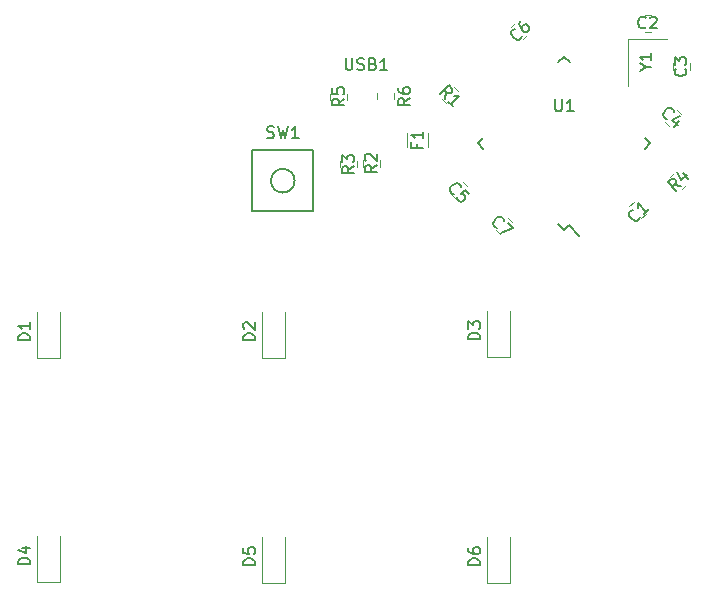
<source format=gbr>
%TF.GenerationSoftware,KiCad,Pcbnew,(5.1.6)-1*%
%TF.CreationDate,2020-07-11T20:12:46-04:00*%
%TF.ProjectId,4x5,3478352e-6b69-4636-9164-5f7063625858,rev?*%
%TF.SameCoordinates,Original*%
%TF.FileFunction,Legend,Top*%
%TF.FilePolarity,Positive*%
%FSLAX46Y46*%
G04 Gerber Fmt 4.6, Leading zero omitted, Abs format (unit mm)*
G04 Created by KiCad (PCBNEW (5.1.6)-1) date 2020-07-11 20:12:46*
%MOMM*%
%LPD*%
G01*
G04 APERTURE LIST*
%ADD10C,0.120000*%
%ADD11C,0.150000*%
G04 APERTURE END LIST*
D10*
%TO.C,R6*%
X207252500Y-91539828D02*
X207252500Y-91022672D01*
X208672500Y-91539828D02*
X208672500Y-91022672D01*
%TO.C,R5*%
X203264700Y-91571578D02*
X203264700Y-91054422D01*
X204684700Y-91571578D02*
X204684700Y-91054422D01*
%TO.C,F1*%
X211564900Y-94381236D02*
X211564900Y-95585364D01*
X209744900Y-94381236D02*
X209744900Y-95585364D01*
%TO.C,D6*%
X216487500Y-132487500D02*
X218487500Y-132487500D01*
X218487500Y-132487500D02*
X218487500Y-128587500D01*
X216487500Y-132487500D02*
X216487500Y-128587500D01*
%TO.C,D5*%
X197437500Y-132487500D02*
X199437500Y-132487500D01*
X199437500Y-132487500D02*
X199437500Y-128587500D01*
X197437500Y-132487500D02*
X197437500Y-128587500D01*
%TO.C,D4*%
X178387500Y-132425000D02*
X180387500Y-132425000D01*
X180387500Y-132425000D02*
X180387500Y-128525000D01*
X178387500Y-132425000D02*
X178387500Y-128525000D01*
%TO.C,D3*%
X216487500Y-113375000D02*
X218487500Y-113375000D01*
X218487500Y-113375000D02*
X218487500Y-109475000D01*
X216487500Y-113375000D02*
X216487500Y-109475000D01*
%TO.C,D2*%
X197437500Y-113437500D02*
X199437500Y-113437500D01*
X199437500Y-113437500D02*
X199437500Y-109537500D01*
X197437500Y-113437500D02*
X197437500Y-109537500D01*
%TO.C,D1*%
X178387500Y-113437500D02*
X180387500Y-113437500D01*
X180387500Y-113437500D02*
X180387500Y-109537500D01*
X178387500Y-113437500D02*
X178387500Y-109537500D01*
D11*
%TO.C,U1*%
X223043750Y-102568555D02*
X223450336Y-102161969D01*
X215725195Y-95250000D02*
X216202492Y-94772703D01*
X223043750Y-87931445D02*
X222566453Y-88408742D01*
X230362305Y-95250000D02*
X229885008Y-95727297D01*
X223043750Y-102568555D02*
X222566453Y-102091258D01*
X230362305Y-95250000D02*
X229885008Y-94772703D01*
X223043750Y-87931445D02*
X223521047Y-88408742D01*
X215725195Y-95250000D02*
X216202492Y-95727297D01*
X223450336Y-102161969D02*
X224351898Y-103063530D01*
D10*
%TO.C,Y1*%
X231781250Y-86412500D02*
X228481250Y-86412500D01*
X228481250Y-86412500D02*
X228481250Y-90412500D01*
D11*
%TO.C,SW1*%
X200231250Y-98425000D02*
G75*
G03*
X200231250Y-98425000I-1000000J0D01*
G01*
X201831250Y-95825000D02*
X201831250Y-101025000D01*
X196631250Y-95825000D02*
X201831250Y-95825000D01*
X196631250Y-101025000D02*
X196631250Y-95825000D01*
X201831250Y-101025000D02*
X196631250Y-101025000D01*
D10*
%TO.C,R4*%
X233397388Y-98744204D02*
X233031704Y-99109888D01*
X232393296Y-97740112D02*
X232027612Y-98105796D01*
%TO.C,R3*%
X204077500Y-97239828D02*
X204077500Y-96722672D01*
X205497500Y-97239828D02*
X205497500Y-96722672D01*
%TO.C,R2*%
X206033300Y-97225378D02*
X206033300Y-96708222D01*
X207453300Y-97225378D02*
X207453300Y-96708222D01*
%TO.C,R1*%
X213707117Y-90465525D02*
X214072801Y-90831209D01*
X212703025Y-91469617D02*
X213068709Y-91835301D01*
%TO.C,C7*%
X217622983Y-102930075D02*
X217257299Y-102564391D01*
X218627075Y-101925983D02*
X218261391Y-101560299D01*
%TO.C,C6*%
X218533862Y-85405796D02*
X218899546Y-85040112D01*
X219537954Y-86409888D02*
X219903638Y-86044204D01*
%TO.C,C5*%
X214494517Y-98517325D02*
X214860201Y-98883009D01*
X213490425Y-99521417D02*
X213856109Y-99887101D01*
%TO.C,C4*%
X232576804Y-92444212D02*
X232942488Y-92809896D01*
X231572712Y-93448304D02*
X231938396Y-93813988D01*
%TO.C,C3*%
X232258800Y-89008478D02*
X232258800Y-88491322D01*
X233678800Y-89008478D02*
X233678800Y-88491322D01*
%TO.C,C2*%
X229888522Y-84405400D02*
X230405678Y-84405400D01*
X229888522Y-85825400D02*
X230405678Y-85825400D01*
%TO.C,C1*%
X229945288Y-101233404D02*
X229579604Y-101599088D01*
X228941196Y-100229312D02*
X228575512Y-100594996D01*
%TO.C,USB1*%
D11*
X204548004Y-88051980D02*
X204548004Y-88861504D01*
X204595623Y-88956742D01*
X204643242Y-89004361D01*
X204738480Y-89051980D01*
X204928957Y-89051980D01*
X205024195Y-89004361D01*
X205071814Y-88956742D01*
X205119433Y-88861504D01*
X205119433Y-88051980D01*
X205548004Y-89004361D02*
X205690861Y-89051980D01*
X205928957Y-89051980D01*
X206024195Y-89004361D01*
X206071814Y-88956742D01*
X206119433Y-88861504D01*
X206119433Y-88766266D01*
X206071814Y-88671028D01*
X206024195Y-88623409D01*
X205928957Y-88575790D01*
X205738480Y-88528171D01*
X205643242Y-88480552D01*
X205595623Y-88432933D01*
X205548004Y-88337695D01*
X205548004Y-88242457D01*
X205595623Y-88147219D01*
X205643242Y-88099600D01*
X205738480Y-88051980D01*
X205976576Y-88051980D01*
X206119433Y-88099600D01*
X206881338Y-88528171D02*
X207024195Y-88575790D01*
X207071814Y-88623409D01*
X207119433Y-88718647D01*
X207119433Y-88861504D01*
X207071814Y-88956742D01*
X207024195Y-89004361D01*
X206928957Y-89051980D01*
X206548004Y-89051980D01*
X206548004Y-88051980D01*
X206881338Y-88051980D01*
X206976576Y-88099600D01*
X207024195Y-88147219D01*
X207071814Y-88242457D01*
X207071814Y-88337695D01*
X207024195Y-88432933D01*
X206976576Y-88480552D01*
X206881338Y-88528171D01*
X206548004Y-88528171D01*
X208071814Y-89051980D02*
X207500385Y-89051980D01*
X207786100Y-89051980D02*
X207786100Y-88051980D01*
X207690861Y-88194838D01*
X207595623Y-88290076D01*
X207500385Y-88337695D01*
%TO.C,R6*%
X210002380Y-91447916D02*
X209526190Y-91781250D01*
X210002380Y-92019345D02*
X209002380Y-92019345D01*
X209002380Y-91638392D01*
X209050000Y-91543154D01*
X209097619Y-91495535D01*
X209192857Y-91447916D01*
X209335714Y-91447916D01*
X209430952Y-91495535D01*
X209478571Y-91543154D01*
X209526190Y-91638392D01*
X209526190Y-92019345D01*
X209002380Y-90590773D02*
X209002380Y-90781250D01*
X209050000Y-90876488D01*
X209097619Y-90924107D01*
X209240476Y-91019345D01*
X209430952Y-91066964D01*
X209811904Y-91066964D01*
X209907142Y-91019345D01*
X209954761Y-90971726D01*
X210002380Y-90876488D01*
X210002380Y-90686011D01*
X209954761Y-90590773D01*
X209907142Y-90543154D01*
X209811904Y-90495535D01*
X209573809Y-90495535D01*
X209478571Y-90543154D01*
X209430952Y-90590773D01*
X209383333Y-90686011D01*
X209383333Y-90876488D01*
X209430952Y-90971726D01*
X209478571Y-91019345D01*
X209573809Y-91066964D01*
%TO.C,R5*%
X204427080Y-91479666D02*
X203950890Y-91813000D01*
X204427080Y-92051095D02*
X203427080Y-92051095D01*
X203427080Y-91670142D01*
X203474700Y-91574904D01*
X203522319Y-91527285D01*
X203617557Y-91479666D01*
X203760414Y-91479666D01*
X203855652Y-91527285D01*
X203903271Y-91574904D01*
X203950890Y-91670142D01*
X203950890Y-92051095D01*
X203427080Y-90574904D02*
X203427080Y-91051095D01*
X203903271Y-91098714D01*
X203855652Y-91051095D01*
X203808033Y-90955857D01*
X203808033Y-90717761D01*
X203855652Y-90622523D01*
X203903271Y-90574904D01*
X203998509Y-90527285D01*
X204236604Y-90527285D01*
X204331842Y-90574904D01*
X204379461Y-90622523D01*
X204427080Y-90717761D01*
X204427080Y-90955857D01*
X204379461Y-91051095D01*
X204331842Y-91098714D01*
%TO.C,F1*%
X210583471Y-95316633D02*
X210583471Y-95649966D01*
X211107280Y-95649966D02*
X210107280Y-95649966D01*
X210107280Y-95173776D01*
X211107280Y-94269014D02*
X211107280Y-94840442D01*
X211107280Y-94554728D02*
X210107280Y-94554728D01*
X210250138Y-94649966D01*
X210345376Y-94745204D01*
X210392995Y-94840442D01*
%TO.C,D6*%
X215939880Y-130975595D02*
X214939880Y-130975595D01*
X214939880Y-130737500D01*
X214987500Y-130594642D01*
X215082738Y-130499404D01*
X215177976Y-130451785D01*
X215368452Y-130404166D01*
X215511309Y-130404166D01*
X215701785Y-130451785D01*
X215797023Y-130499404D01*
X215892261Y-130594642D01*
X215939880Y-130737500D01*
X215939880Y-130975595D01*
X214939880Y-129547023D02*
X214939880Y-129737500D01*
X214987500Y-129832738D01*
X215035119Y-129880357D01*
X215177976Y-129975595D01*
X215368452Y-130023214D01*
X215749404Y-130023214D01*
X215844642Y-129975595D01*
X215892261Y-129927976D01*
X215939880Y-129832738D01*
X215939880Y-129642261D01*
X215892261Y-129547023D01*
X215844642Y-129499404D01*
X215749404Y-129451785D01*
X215511309Y-129451785D01*
X215416071Y-129499404D01*
X215368452Y-129547023D01*
X215320833Y-129642261D01*
X215320833Y-129832738D01*
X215368452Y-129927976D01*
X215416071Y-129975595D01*
X215511309Y-130023214D01*
%TO.C,D5*%
X196889880Y-130975595D02*
X195889880Y-130975595D01*
X195889880Y-130737500D01*
X195937500Y-130594642D01*
X196032738Y-130499404D01*
X196127976Y-130451785D01*
X196318452Y-130404166D01*
X196461309Y-130404166D01*
X196651785Y-130451785D01*
X196747023Y-130499404D01*
X196842261Y-130594642D01*
X196889880Y-130737500D01*
X196889880Y-130975595D01*
X195889880Y-129499404D02*
X195889880Y-129975595D01*
X196366071Y-130023214D01*
X196318452Y-129975595D01*
X196270833Y-129880357D01*
X196270833Y-129642261D01*
X196318452Y-129547023D01*
X196366071Y-129499404D01*
X196461309Y-129451785D01*
X196699404Y-129451785D01*
X196794642Y-129499404D01*
X196842261Y-129547023D01*
X196889880Y-129642261D01*
X196889880Y-129880357D01*
X196842261Y-129975595D01*
X196794642Y-130023214D01*
%TO.C,D4*%
X177839880Y-130913095D02*
X176839880Y-130913095D01*
X176839880Y-130675000D01*
X176887500Y-130532142D01*
X176982738Y-130436904D01*
X177077976Y-130389285D01*
X177268452Y-130341666D01*
X177411309Y-130341666D01*
X177601785Y-130389285D01*
X177697023Y-130436904D01*
X177792261Y-130532142D01*
X177839880Y-130675000D01*
X177839880Y-130913095D01*
X177173214Y-129484523D02*
X177839880Y-129484523D01*
X176792261Y-129722619D02*
X177506547Y-129960714D01*
X177506547Y-129341666D01*
%TO.C,D3*%
X215939880Y-111863095D02*
X214939880Y-111863095D01*
X214939880Y-111625000D01*
X214987500Y-111482142D01*
X215082738Y-111386904D01*
X215177976Y-111339285D01*
X215368452Y-111291666D01*
X215511309Y-111291666D01*
X215701785Y-111339285D01*
X215797023Y-111386904D01*
X215892261Y-111482142D01*
X215939880Y-111625000D01*
X215939880Y-111863095D01*
X214939880Y-110958333D02*
X214939880Y-110339285D01*
X215320833Y-110672619D01*
X215320833Y-110529761D01*
X215368452Y-110434523D01*
X215416071Y-110386904D01*
X215511309Y-110339285D01*
X215749404Y-110339285D01*
X215844642Y-110386904D01*
X215892261Y-110434523D01*
X215939880Y-110529761D01*
X215939880Y-110815476D01*
X215892261Y-110910714D01*
X215844642Y-110958333D01*
%TO.C,D2*%
X196889880Y-111925595D02*
X195889880Y-111925595D01*
X195889880Y-111687500D01*
X195937500Y-111544642D01*
X196032738Y-111449404D01*
X196127976Y-111401785D01*
X196318452Y-111354166D01*
X196461309Y-111354166D01*
X196651785Y-111401785D01*
X196747023Y-111449404D01*
X196842261Y-111544642D01*
X196889880Y-111687500D01*
X196889880Y-111925595D01*
X195985119Y-110973214D02*
X195937500Y-110925595D01*
X195889880Y-110830357D01*
X195889880Y-110592261D01*
X195937500Y-110497023D01*
X195985119Y-110449404D01*
X196080357Y-110401785D01*
X196175595Y-110401785D01*
X196318452Y-110449404D01*
X196889880Y-111020833D01*
X196889880Y-110401785D01*
%TO.C,D1*%
X177839880Y-111925595D02*
X176839880Y-111925595D01*
X176839880Y-111687500D01*
X176887500Y-111544642D01*
X176982738Y-111449404D01*
X177077976Y-111401785D01*
X177268452Y-111354166D01*
X177411309Y-111354166D01*
X177601785Y-111401785D01*
X177697023Y-111449404D01*
X177792261Y-111544642D01*
X177839880Y-111687500D01*
X177839880Y-111925595D01*
X177839880Y-110401785D02*
X177839880Y-110973214D01*
X177839880Y-110687500D02*
X176839880Y-110687500D01*
X176982738Y-110782738D01*
X177077976Y-110877976D01*
X177125595Y-110973214D01*
%TO.C,U1*%
X222281845Y-91527380D02*
X222281845Y-92336904D01*
X222329464Y-92432142D01*
X222377083Y-92479761D01*
X222472321Y-92527380D01*
X222662797Y-92527380D01*
X222758035Y-92479761D01*
X222805654Y-92432142D01*
X222853273Y-92336904D01*
X222853273Y-91527380D01*
X223853273Y-92527380D02*
X223281845Y-92527380D01*
X223567559Y-92527380D02*
X223567559Y-91527380D01*
X223472321Y-91670238D01*
X223377083Y-91765476D01*
X223281845Y-91813095D01*
%TO.C,Y1*%
X229973190Y-88830090D02*
X230449380Y-88830090D01*
X229449380Y-89163423D02*
X229973190Y-88830090D01*
X229449380Y-88496757D01*
X230449380Y-87639614D02*
X230449380Y-88211042D01*
X230449380Y-87925328D02*
X229449380Y-87925328D01*
X229592238Y-88020566D01*
X229687476Y-88115804D01*
X229735095Y-88211042D01*
%TO.C,SW1*%
X197897916Y-94765761D02*
X198040773Y-94813380D01*
X198278869Y-94813380D01*
X198374107Y-94765761D01*
X198421726Y-94718142D01*
X198469345Y-94622904D01*
X198469345Y-94527666D01*
X198421726Y-94432428D01*
X198374107Y-94384809D01*
X198278869Y-94337190D01*
X198088392Y-94289571D01*
X197993154Y-94241952D01*
X197945535Y-94194333D01*
X197897916Y-94099095D01*
X197897916Y-94003857D01*
X197945535Y-93908619D01*
X197993154Y-93861000D01*
X198088392Y-93813380D01*
X198326488Y-93813380D01*
X198469345Y-93861000D01*
X198802678Y-93813380D02*
X199040773Y-94813380D01*
X199231250Y-94099095D01*
X199421726Y-94813380D01*
X199659821Y-93813380D01*
X200564583Y-94813380D02*
X199993154Y-94813380D01*
X200278869Y-94813380D02*
X200278869Y-93813380D01*
X200183630Y-93956238D01*
X200088392Y-94051476D01*
X199993154Y-94099095D01*
%TO.C,R4*%
X232954930Y-98850032D02*
X232382510Y-98749017D01*
X232550869Y-99254093D02*
X231843762Y-98546987D01*
X232113136Y-98277612D01*
X232214151Y-98243941D01*
X232281495Y-98243941D01*
X232382510Y-98277612D01*
X232483525Y-98378628D01*
X232517197Y-98479643D01*
X232517197Y-98546987D01*
X232483525Y-98648002D01*
X232214151Y-98917376D01*
X233089617Y-97772536D02*
X233561022Y-98243941D01*
X232651884Y-97671521D02*
X232988602Y-98344956D01*
X233426335Y-97907223D01*
%TO.C,R3*%
X205267820Y-97204826D02*
X204791630Y-97538160D01*
X205267820Y-97776255D02*
X204267820Y-97776255D01*
X204267820Y-97395302D01*
X204315440Y-97300064D01*
X204363059Y-97252445D01*
X204458297Y-97204826D01*
X204601154Y-97204826D01*
X204696392Y-97252445D01*
X204744011Y-97300064D01*
X204791630Y-97395302D01*
X204791630Y-97776255D01*
X204267820Y-96871493D02*
X204267820Y-96252445D01*
X204648773Y-96585779D01*
X204648773Y-96442921D01*
X204696392Y-96347683D01*
X204744011Y-96300064D01*
X204839249Y-96252445D01*
X205077344Y-96252445D01*
X205172582Y-96300064D01*
X205220201Y-96347683D01*
X205267820Y-96442921D01*
X205267820Y-96728636D01*
X205220201Y-96823874D01*
X205172582Y-96871493D01*
%TO.C,R2*%
X207170280Y-97093066D02*
X206694090Y-97426400D01*
X207170280Y-97664495D02*
X206170280Y-97664495D01*
X206170280Y-97283542D01*
X206217900Y-97188304D01*
X206265519Y-97140685D01*
X206360757Y-97093066D01*
X206503614Y-97093066D01*
X206598852Y-97140685D01*
X206646471Y-97188304D01*
X206694090Y-97283542D01*
X206694090Y-97664495D01*
X206265519Y-96712114D02*
X206217900Y-96664495D01*
X206170280Y-96569257D01*
X206170280Y-96331161D01*
X206217900Y-96235923D01*
X206265519Y-96188304D01*
X206360757Y-96140685D01*
X206455995Y-96140685D01*
X206598852Y-96188304D01*
X207170280Y-96759733D01*
X207170280Y-96140685D01*
%TO.C,R1*%
X212973067Y-91464230D02*
X213074082Y-90891810D01*
X212569006Y-91060169D02*
X213276112Y-90353062D01*
X213545487Y-90622436D01*
X213579158Y-90723451D01*
X213579158Y-90790795D01*
X213545487Y-90891810D01*
X213444471Y-90992825D01*
X213343456Y-91026497D01*
X213276112Y-91026497D01*
X213175097Y-90992825D01*
X212905723Y-90723451D01*
X213646502Y-92137665D02*
X213242441Y-91733604D01*
X213444471Y-91935635D02*
X214151578Y-91228528D01*
X213983219Y-91262200D01*
X213848532Y-91262200D01*
X213747517Y-91228528D01*
%TO.C,C7*%
X217409210Y-102395087D02*
X217341867Y-102395087D01*
X217207180Y-102327743D01*
X217139836Y-102260400D01*
X217072493Y-102125712D01*
X217072493Y-101991025D01*
X217106164Y-101890010D01*
X217207180Y-101721651D01*
X217308195Y-101620636D01*
X217476554Y-101519621D01*
X217577569Y-101485949D01*
X217712256Y-101485949D01*
X217846943Y-101553293D01*
X217914287Y-101620636D01*
X217981630Y-101755323D01*
X217981630Y-101822667D01*
X218284676Y-101991025D02*
X218756080Y-102462430D01*
X217745928Y-102866491D01*
%TO.C,C6*%
X219476387Y-86133489D02*
X219476387Y-86200832D01*
X219409043Y-86335519D01*
X219341700Y-86402863D01*
X219207012Y-86470206D01*
X219072325Y-86470206D01*
X218971310Y-86436535D01*
X218802951Y-86335519D01*
X218701936Y-86234504D01*
X218600921Y-86066145D01*
X218567249Y-85965130D01*
X218567249Y-85830443D01*
X218634593Y-85695756D01*
X218701936Y-85628412D01*
X218836623Y-85561069D01*
X218903967Y-85561069D01*
X219442715Y-84887634D02*
X219308028Y-85022321D01*
X219274356Y-85123336D01*
X219274356Y-85190680D01*
X219308028Y-85359038D01*
X219409043Y-85527397D01*
X219678417Y-85796771D01*
X219779432Y-85830443D01*
X219846776Y-85830443D01*
X219947791Y-85796771D01*
X220082478Y-85662084D01*
X220116150Y-85561069D01*
X220116150Y-85493725D01*
X220082478Y-85392710D01*
X219914119Y-85224351D01*
X219813104Y-85190680D01*
X219745761Y-85190680D01*
X219644745Y-85224351D01*
X219510058Y-85359038D01*
X219476387Y-85460054D01*
X219476387Y-85527397D01*
X219510058Y-85628412D01*
%TO.C,C5*%
X213713510Y-99550287D02*
X213646167Y-99550287D01*
X213511480Y-99482943D01*
X213444136Y-99415600D01*
X213376793Y-99280912D01*
X213376793Y-99146225D01*
X213410464Y-99045210D01*
X213511480Y-98876851D01*
X213612495Y-98775836D01*
X213780854Y-98674821D01*
X213881869Y-98641149D01*
X214016556Y-98641149D01*
X214151243Y-98708493D01*
X214218587Y-98775836D01*
X214285930Y-98910523D01*
X214285930Y-98977867D01*
X214993037Y-99550287D02*
X214656319Y-99213569D01*
X214285930Y-99516615D01*
X214353274Y-99516615D01*
X214454289Y-99550287D01*
X214622648Y-99718645D01*
X214656319Y-99819661D01*
X214656319Y-99887004D01*
X214622648Y-99988019D01*
X214454289Y-100156378D01*
X214353274Y-100190050D01*
X214285930Y-100190050D01*
X214184915Y-100156378D01*
X214016556Y-99988019D01*
X213982884Y-99887004D01*
X213982884Y-99819661D01*
%TO.C,C4*%
X231785610Y-93162187D02*
X231718267Y-93162187D01*
X231583580Y-93094843D01*
X231516236Y-93027500D01*
X231448893Y-92892812D01*
X231448893Y-92758125D01*
X231482564Y-92657110D01*
X231583580Y-92488751D01*
X231684595Y-92387736D01*
X231852954Y-92286721D01*
X231953969Y-92253049D01*
X232088656Y-92253049D01*
X232223343Y-92320393D01*
X232290687Y-92387736D01*
X232358030Y-92522423D01*
X232358030Y-92589767D01*
X232795763Y-93364217D02*
X232324358Y-93835622D01*
X232896778Y-92926484D02*
X232223343Y-93263202D01*
X232661076Y-93700935D01*
%TO.C,C3*%
X233313242Y-88939666D02*
X233360861Y-88987285D01*
X233408480Y-89130142D01*
X233408480Y-89225380D01*
X233360861Y-89368238D01*
X233265623Y-89463476D01*
X233170385Y-89511095D01*
X232979909Y-89558714D01*
X232837052Y-89558714D01*
X232646576Y-89511095D01*
X232551338Y-89463476D01*
X232456100Y-89368238D01*
X232408480Y-89225380D01*
X232408480Y-89130142D01*
X232456100Y-88987285D01*
X232503719Y-88939666D01*
X232408480Y-88606333D02*
X232408480Y-87987285D01*
X232789433Y-88320619D01*
X232789433Y-88177761D01*
X232837052Y-88082523D01*
X232884671Y-88034904D01*
X232979909Y-87987285D01*
X233218004Y-87987285D01*
X233313242Y-88034904D01*
X233360861Y-88082523D01*
X233408480Y-88177761D01*
X233408480Y-88463476D01*
X233360861Y-88558714D01*
X233313242Y-88606333D01*
%TO.C,C2*%
X229957333Y-85434442D02*
X229909714Y-85482061D01*
X229766857Y-85529680D01*
X229671619Y-85529680D01*
X229528761Y-85482061D01*
X229433523Y-85386823D01*
X229385904Y-85291585D01*
X229338285Y-85101109D01*
X229338285Y-84958252D01*
X229385904Y-84767776D01*
X229433523Y-84672538D01*
X229528761Y-84577300D01*
X229671619Y-84529680D01*
X229766857Y-84529680D01*
X229909714Y-84577300D01*
X229957333Y-84624919D01*
X230338285Y-84624919D02*
X230385904Y-84577300D01*
X230481142Y-84529680D01*
X230719238Y-84529680D01*
X230814476Y-84577300D01*
X230862095Y-84624919D01*
X230909714Y-84720157D01*
X230909714Y-84815395D01*
X230862095Y-84958252D01*
X230290666Y-85529680D01*
X230909714Y-85529680D01*
%TO.C,C1*%
X229458587Y-101462389D02*
X229458587Y-101529732D01*
X229391243Y-101664419D01*
X229323900Y-101731763D01*
X229189212Y-101799106D01*
X229054525Y-101799106D01*
X228953510Y-101765435D01*
X228785151Y-101664419D01*
X228684136Y-101563404D01*
X228583121Y-101395045D01*
X228549449Y-101294030D01*
X228549449Y-101159343D01*
X228616793Y-101024656D01*
X228684136Y-100957312D01*
X228818823Y-100889969D01*
X228886167Y-100889969D01*
X230199365Y-100856297D02*
X229795304Y-101260358D01*
X229997335Y-101058328D02*
X229290228Y-100351221D01*
X229323900Y-100519580D01*
X229323900Y-100654267D01*
X229290228Y-100755282D01*
%TD*%
M02*

</source>
